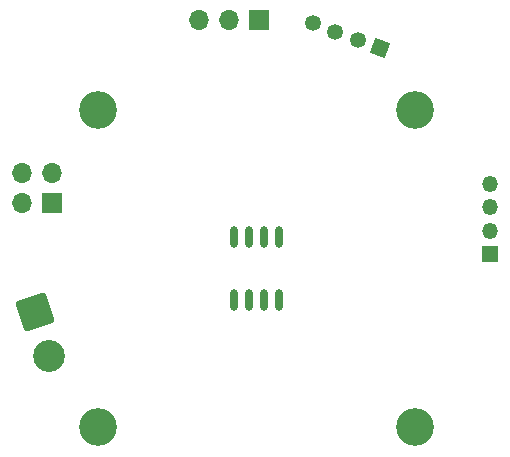
<source format=gbr>
%TF.GenerationSoftware,KiCad,Pcbnew,8.0.4*%
%TF.CreationDate,2025-06-19T10:42:41-04:00*%
%TF.ProjectId,foc_pcb,666f635f-7063-4622-9e6b-696361645f70,2.0*%
%TF.SameCoordinates,Original*%
%TF.FileFunction,Soldermask,Bot*%
%TF.FilePolarity,Negative*%
%FSLAX46Y46*%
G04 Gerber Fmt 4.6, Leading zero omitted, Abs format (unit mm)*
G04 Created by KiCad (PCBNEW 8.0.4) date 2025-06-19 10:42:41*
%MOMM*%
%LPD*%
G01*
G04 APERTURE LIST*
G04 Aperture macros list*
%AMRoundRect*
0 Rectangle with rounded corners*
0 $1 Rounding radius*
0 $2 $3 $4 $5 $6 $7 $8 $9 X,Y pos of 4 corners*
0 Add a 4 corners polygon primitive as box body*
4,1,4,$2,$3,$4,$5,$6,$7,$8,$9,$2,$3,0*
0 Add four circle primitives for the rounded corners*
1,1,$1+$1,$2,$3*
1,1,$1+$1,$4,$5*
1,1,$1+$1,$6,$7*
1,1,$1+$1,$8,$9*
0 Add four rect primitives between the rounded corners*
20,1,$1+$1,$2,$3,$4,$5,0*
20,1,$1+$1,$4,$5,$6,$7,0*
20,1,$1+$1,$6,$7,$8,$9,0*
20,1,$1+$1,$8,$9,$2,$3,0*%
%AMHorizOval*
0 Thick line with rounded ends*
0 $1 width*
0 $2 $3 position (X,Y) of the first rounded end (center of the circle)*
0 $4 $5 position (X,Y) of the second rounded end (center of the circle)*
0 Add line between two ends*
20,1,$1,$2,$3,$4,$5,0*
0 Add two circle primitives to create the rounded ends*
1,1,$1,$2,$3*
1,1,$1,$4,$5*%
%AMRotRect*
0 Rectangle, with rotation*
0 The origin of the aperture is its center*
0 $1 length*
0 $2 width*
0 $3 Rotation angle, in degrees counterclockwise*
0 Add horizontal line*
21,1,$1,$2,0,0,$3*%
G04 Aperture macros list end*
%ADD10RoundRect,0.250001X-1.386080X0.706243X-0.706243X-1.386080X1.386080X-0.706243X0.706243X1.386080X0*%
%ADD11C,2.700000*%
%ADD12R,1.700000X1.700000*%
%ADD13O,1.700000X1.700000*%
%ADD14R,1.350000X1.350000*%
%ADD15O,1.350000X1.350000*%
%ADD16RotRect,1.350000X1.350000X250.000000*%
%ADD17HorizOval,1.350000X0.000000X0.000000X0.000000X0.000000X0*%
%ADD18C,3.200000*%
%ADD19O,0.630000X1.865000*%
G04 APERTURE END LIST*
D10*
%TO.C,J2*%
X293162292Y-154983815D03*
D11*
X294386000Y-158750000D03*
%TD*%
D12*
%TO.C,J1*%
X312166000Y-130302000D03*
D13*
X309626001Y-130302000D03*
X307086001Y-130302000D03*
%TD*%
D14*
%TO.C,J4*%
X331724000Y-150114000D03*
D15*
X331724000Y-148113999D03*
X331724000Y-146114000D03*
X331724000Y-144114000D03*
%TD*%
D16*
%TO.C,J5*%
X322376156Y-132608121D03*
D17*
X320496771Y-131924081D03*
X318617386Y-131240039D03*
X316738000Y-130556000D03*
%TD*%
D18*
%TO.C,H3*%
X298505005Y-137871616D03*
%TD*%
%TO.C,H4*%
X325375062Y-137871616D03*
%TD*%
%TO.C,H2*%
X325375062Y-164741673D03*
%TD*%
%TO.C,H1*%
X298505005Y-164741673D03*
%TD*%
D12*
%TO.C,J3*%
X294640000Y-145796000D03*
D13*
X292100000Y-145796000D03*
X294640000Y-143256000D03*
X292100000Y-143256000D03*
%TD*%
D19*
%TO.C,U2*%
X310035034Y-148624145D03*
X311305034Y-148624145D03*
X312575034Y-148624145D03*
X313845034Y-148624145D03*
X313845034Y-153989145D03*
X312575034Y-153989145D03*
X311305034Y-153989145D03*
X310035034Y-153989145D03*
%TD*%
M02*

</source>
